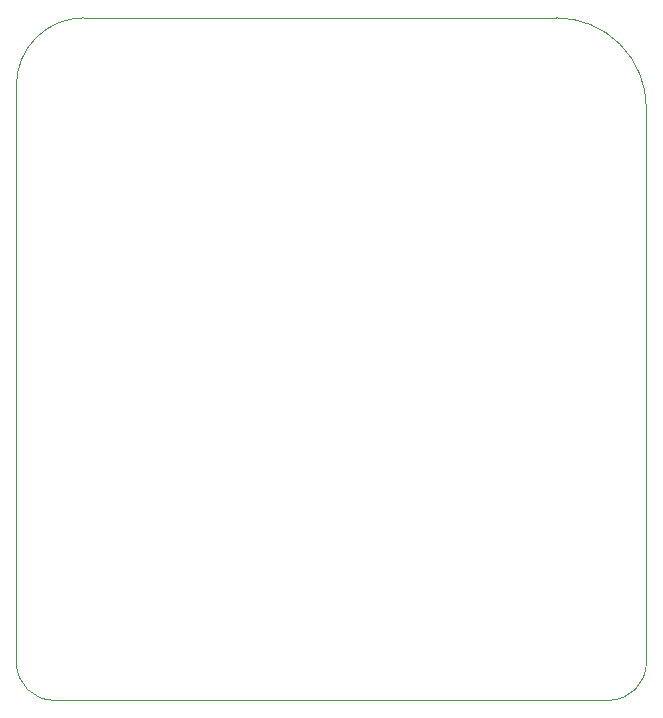
<source format=gm1>
G04 #@! TF.GenerationSoftware,KiCad,Pcbnew,6.0.11-3.fc36*
G04 #@! TF.CreationDate,2023-05-11T18:59:47+09:00*
G04 #@! TF.ProjectId,Tetiduino,54657469-6475-4696-9e6f-2e6b69636164,rev?*
G04 #@! TF.SameCoordinates,Original*
G04 #@! TF.FileFunction,Profile,NP*
%FSLAX46Y46*%
G04 Gerber Fmt 4.6, Leading zero omitted, Abs format (unit mm)*
G04 Created by KiCad (PCBNEW 6.0.11-3.fc36) date 2023-05-11 18:59:47*
%MOMM*%
%LPD*%
G01*
G04 APERTURE LIST*
G04 #@! TA.AperFunction,Profile*
%ADD10C,0.100000*%
G04 #@! TD*
G04 APERTURE END LIST*
D10*
X125095000Y-140335000D02*
X172085000Y-140335000D01*
X175260000Y-90170000D02*
G75*
G03*
X167640000Y-82550000I-7620000J0D01*
G01*
X127635000Y-82550000D02*
G75*
G03*
X121920000Y-88265000I0J-5715000D01*
G01*
X175260000Y-137160000D02*
X175260000Y-90170000D01*
X127635000Y-82550000D02*
X167640000Y-82550000D01*
X121920000Y-137160000D02*
G75*
G03*
X125095000Y-140335000I3175000J0D01*
G01*
X121920000Y-88265000D02*
X121920000Y-137160000D01*
X172085000Y-140335000D02*
G75*
G03*
X175260000Y-137160000I0J3175000D01*
G01*
M02*

</source>
